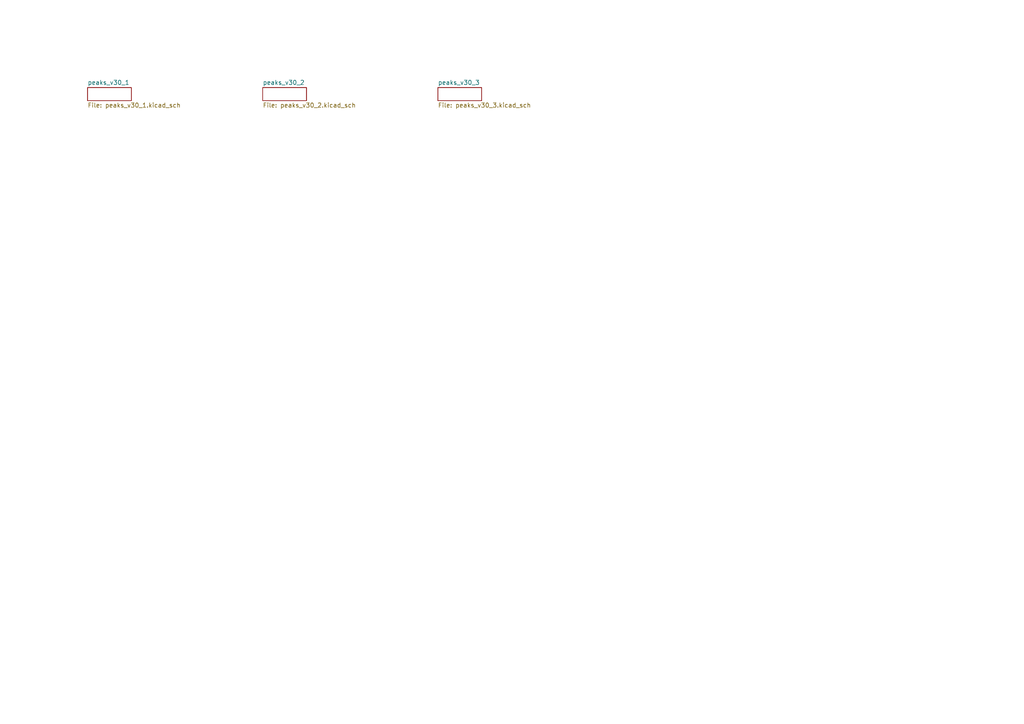
<source format=kicad_sch>
(kicad_sch (version 20211123) (generator eeschema)
  (paper "A4")
  (lib_symbols)
  (sheet (at 127 25.4) (size 12.7 3.81)
    (property "Sheet name" "peaks_v30_3" (at 127 24.6884 0) (effects (justify left bottom)))
    (property "Sheet file" "peaks_v30_3.kicad_sch" (at 127 29.7946 0) (effects (justify left top)))
  )
  (sheet (at 76.2 25.4) (size 12.7 3.81)
    (property "Sheet name" "peaks_v30_2" (at 76.2 24.6884 0) (effects (justify left bottom)))
    (property "Sheet file" "peaks_v30_2.kicad_sch" (at 76.2 29.7946 0) (effects (justify left top)))
  )
  (sheet (at 25.4 25.4) (size 12.7 3.81)
    (property "Sheet name" "peaks_v30_1" (at 25.4 24.6884 0) (effects (justify left bottom)))
    (property "Sheet file" "peaks_v30_1.kicad_sch" (at 25.4 29.7946 0) (effects (justify left top)))
  )
)
</source>
